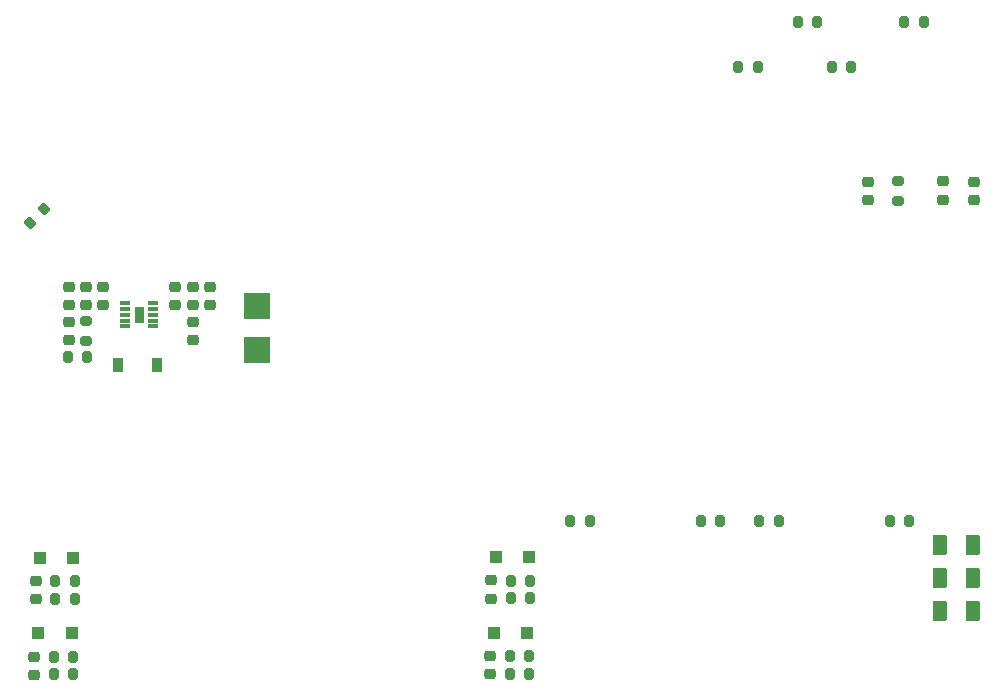
<source format=gbr>
%TF.GenerationSoftware,KiCad,Pcbnew,(6.0.10)*%
%TF.CreationDate,2023-12-11T17:02:30-05:00*%
%TF.ProjectId,Ultrasonic Sound Steering - Remote Rev. A,556c7472-6173-46f6-9e69-6320536f756e,rev?*%
%TF.SameCoordinates,Original*%
%TF.FileFunction,Paste,Top*%
%TF.FilePolarity,Positive*%
%FSLAX46Y46*%
G04 Gerber Fmt 4.6, Leading zero omitted, Abs format (unit mm)*
G04 Created by KiCad (PCBNEW (6.0.10)) date 2023-12-11 17:02:30*
%MOMM*%
%LPD*%
G01*
G04 APERTURE LIST*
G04 Aperture macros list*
%AMRoundRect*
0 Rectangle with rounded corners*
0 $1 Rounding radius*
0 $2 $3 $4 $5 $6 $7 $8 $9 X,Y pos of 4 corners*
0 Add a 4 corners polygon primitive as box body*
4,1,4,$2,$3,$4,$5,$6,$7,$8,$9,$2,$3,0*
0 Add four circle primitives for the rounded corners*
1,1,$1+$1,$2,$3*
1,1,$1+$1,$4,$5*
1,1,$1+$1,$6,$7*
1,1,$1+$1,$8,$9*
0 Add four rect primitives between the rounded corners*
20,1,$1+$1,$2,$3,$4,$5,0*
20,1,$1+$1,$4,$5,$6,$7,0*
20,1,$1+$1,$6,$7,$8,$9,0*
20,1,$1+$1,$8,$9,$2,$3,0*%
G04 Aperture macros list end*
%ADD10C,0.010000*%
%ADD11RoundRect,0.225000X-0.250000X0.225000X-0.250000X-0.225000X0.250000X-0.225000X0.250000X0.225000X0*%
%ADD12RoundRect,0.200000X0.200000X0.275000X-0.200000X0.275000X-0.200000X-0.275000X0.200000X-0.275000X0*%
%ADD13R,2.210000X2.180400*%
%ADD14RoundRect,0.200000X-0.200000X-0.275000X0.200000X-0.275000X0.200000X0.275000X-0.200000X0.275000X0*%
%ADD15R,1.100000X1.100000*%
%ADD16RoundRect,0.200000X-0.053033X0.335876X-0.335876X0.053033X0.053033X-0.335876X0.335876X-0.053033X0*%
%ADD17RoundRect,0.200000X-0.275000X0.200000X-0.275000X-0.200000X0.275000X-0.200000X0.275000X0.200000X0*%
%ADD18RoundRect,0.225000X0.250000X-0.225000X0.250000X0.225000X-0.250000X0.225000X-0.250000X-0.225000X0*%
%ADD19RoundRect,0.250000X-0.375000X-0.625000X0.375000X-0.625000X0.375000X0.625000X-0.375000X0.625000X0*%
%ADD20RoundRect,0.008100X-0.411900X-0.126900X0.411900X-0.126900X0.411900X0.126900X-0.411900X0.126900X0*%
%ADD21RoundRect,0.200000X0.275000X-0.200000X0.275000X0.200000X-0.275000X0.200000X-0.275000X-0.200000X0*%
%ADD22R,0.900000X1.200000*%
G04 APERTURE END LIST*
%TO.C,U3*%
G36*
X120006182Y-79412500D02*
G01*
X119248182Y-79412500D01*
X119248182Y-78147500D01*
X120006182Y-78147500D01*
X120006182Y-79412500D01*
G37*
D10*
X120006182Y-79412500D02*
X119248182Y-79412500D01*
X119248182Y-78147500D01*
X120006182Y-78147500D01*
X120006182Y-79412500D01*
%TD*%
D11*
%TO.C,C4*%
X122717182Y-76405000D03*
X122717182Y-77955000D03*
%TD*%
%TO.C,C30*%
X110865000Y-101300000D03*
X110865000Y-102850000D03*
%TD*%
D12*
%TO.C,R2*%
X168835400Y-96247082D03*
X167185400Y-96247082D03*
%TD*%
D13*
%TO.C,D1*%
X129610000Y-78042800D03*
X129610000Y-81757200D03*
%TD*%
D11*
%TO.C,C25*%
X149335000Y-107680000D03*
X149335000Y-109230000D03*
%TD*%
D14*
%TO.C,R32*%
X112410000Y-109245000D03*
X114060000Y-109245000D03*
%TD*%
%TO.C,R21*%
X151115000Y-102780000D03*
X152765000Y-102780000D03*
%TD*%
D12*
%TO.C,R51*%
X177045000Y-54040000D03*
X175395000Y-54040000D03*
%TD*%
D11*
%TO.C,C23*%
X190300000Y-67510000D03*
X190300000Y-69060000D03*
%TD*%
D12*
%TO.C,R14*%
X184835400Y-96275000D03*
X183185400Y-96275000D03*
%TD*%
%TO.C,R54*%
X179935000Y-57770000D03*
X178285000Y-57770000D03*
%TD*%
%TO.C,R52*%
X171995000Y-57770000D03*
X170345000Y-57770000D03*
%TD*%
D11*
%TO.C,C16*%
X115130000Y-76420000D03*
X115130000Y-77970000D03*
%TD*%
D14*
%TO.C,R22*%
X151010000Y-107705000D03*
X152660000Y-107705000D03*
%TD*%
D15*
%TO.C,D12*%
X111230000Y-99350000D03*
X114030000Y-99350000D03*
%TD*%
D12*
%TO.C,R53*%
X186065000Y-54040000D03*
X184415000Y-54040000D03*
%TD*%
D16*
%TO.C,R55*%
X111586726Y-69813274D03*
X110420000Y-70980000D03*
%TD*%
D17*
%TO.C,R30*%
X183930000Y-67470000D03*
X183930000Y-69120000D03*
%TD*%
D15*
%TO.C,D6*%
X149710000Y-105730000D03*
X152510000Y-105730000D03*
%TD*%
D12*
%TO.C,R15*%
X173795400Y-96275000D03*
X172145400Y-96275000D03*
%TD*%
D18*
%TO.C,C7*%
X124197182Y-80910000D03*
X124197182Y-79360000D03*
%TD*%
D14*
%TO.C,R10*%
X113575000Y-82380000D03*
X115225000Y-82380000D03*
%TD*%
D15*
%TO.C,D5*%
X149815000Y-99330000D03*
X152615000Y-99330000D03*
%TD*%
D11*
%TO.C,C12*%
X181330000Y-67530000D03*
X181330000Y-69080000D03*
%TD*%
D14*
%TO.C,R23*%
X151012500Y-109180000D03*
X152662500Y-109180000D03*
%TD*%
D11*
%TO.C,C2*%
X125650000Y-76405000D03*
X125650000Y-77955000D03*
%TD*%
%TO.C,C5*%
X124187182Y-76405000D03*
X124187182Y-77955000D03*
%TD*%
D14*
%TO.C,R38*%
X112530000Y-102825000D03*
X114180000Y-102825000D03*
%TD*%
D19*
%TO.C,D3*%
X187430000Y-101040000D03*
X190230000Y-101040000D03*
%TD*%
D14*
%TO.C,R28*%
X112410000Y-107770000D03*
X114060000Y-107770000D03*
%TD*%
D15*
%TO.C,D8*%
X111117500Y-105770000D03*
X113917500Y-105770000D03*
%TD*%
D18*
%TO.C,C14*%
X113670000Y-80940000D03*
X113670000Y-79390000D03*
%TD*%
D11*
%TO.C,C17*%
X113670000Y-76420000D03*
X113670000Y-77970000D03*
%TD*%
%TO.C,C24*%
X149455000Y-101280000D03*
X149455000Y-102830000D03*
%TD*%
D20*
%TO.C,U3*%
X118432182Y-77780000D03*
X118432182Y-78280000D03*
X118432182Y-78780000D03*
X118432182Y-79280000D03*
X118432182Y-79780000D03*
X120822182Y-79780000D03*
X120822182Y-79280000D03*
X120822182Y-78780000D03*
X120822182Y-78280000D03*
X120822182Y-77780000D03*
%TD*%
D19*
%TO.C,D4*%
X187430000Y-98240000D03*
X190230000Y-98240000D03*
%TD*%
D11*
%TO.C,C28*%
X110770000Y-107745000D03*
X110770000Y-109295000D03*
%TD*%
D14*
%TO.C,R20*%
X151115000Y-101305000D03*
X152765000Y-101305000D03*
%TD*%
D11*
%TO.C,C15*%
X116590000Y-76420000D03*
X116590000Y-77970000D03*
%TD*%
D12*
%TO.C,R3*%
X157780400Y-96250000D03*
X156130400Y-96250000D03*
%TD*%
D14*
%TO.C,R34*%
X112530000Y-101350000D03*
X114180000Y-101350000D03*
%TD*%
D11*
%TO.C,C13*%
X187710000Y-67500000D03*
X187710000Y-69050000D03*
%TD*%
D19*
%TO.C,D14*%
X187430000Y-103840000D03*
X190230000Y-103840000D03*
%TD*%
D21*
%TO.C,R9*%
X115150000Y-80990000D03*
X115150000Y-79340000D03*
%TD*%
D22*
%TO.C,D2*%
X121127182Y-83010000D03*
X117827182Y-83010000D03*
%TD*%
M02*

</source>
